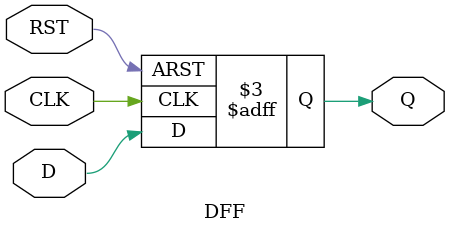
<source format=v>
module DFF 
#(parameter BUS_WIDTH  = 1)
(
 input  wire [BUS_WIDTH-1:0] D,
 input  wire                 CLK,
 input  wire                 RST,
 output reg  [BUS_WIDTH-1:0] Q
 );
 
 always @ (posedge CLK, negedge RST)
  begin
   if(!RST)
    Q <= 0 ;
   else
    Q <= D ;
  end

endmodule
</source>
